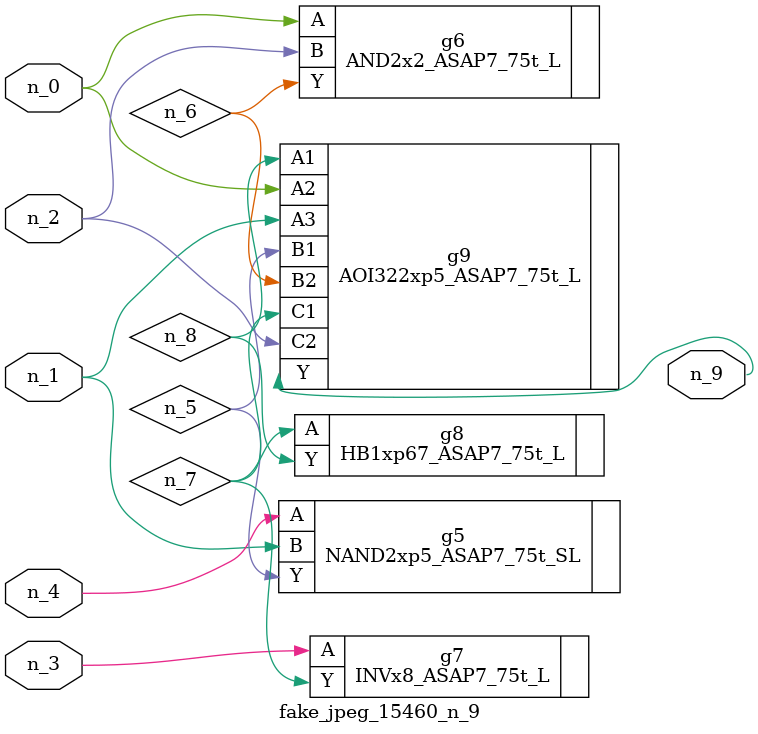
<source format=v>
module fake_jpeg_15460_n_9 (n_3, n_2, n_1, n_0, n_4, n_9);

input n_3;
input n_2;
input n_1;
input n_0;
input n_4;

output n_9;

wire n_8;
wire n_6;
wire n_5;
wire n_7;

NAND2xp5_ASAP7_75t_SL g5 ( 
.A(n_4),
.B(n_1),
.Y(n_5)
);

AND2x2_ASAP7_75t_L g6 ( 
.A(n_0),
.B(n_2),
.Y(n_6)
);

INVx8_ASAP7_75t_L g7 ( 
.A(n_3),
.Y(n_7)
);

HB1xp67_ASAP7_75t_L g8 ( 
.A(n_7),
.Y(n_8)
);

AOI322xp5_ASAP7_75t_L g9 ( 
.A1(n_8),
.A2(n_0),
.A3(n_1),
.B1(n_5),
.B2(n_6),
.C1(n_7),
.C2(n_2),
.Y(n_9)
);


endmodule
</source>
